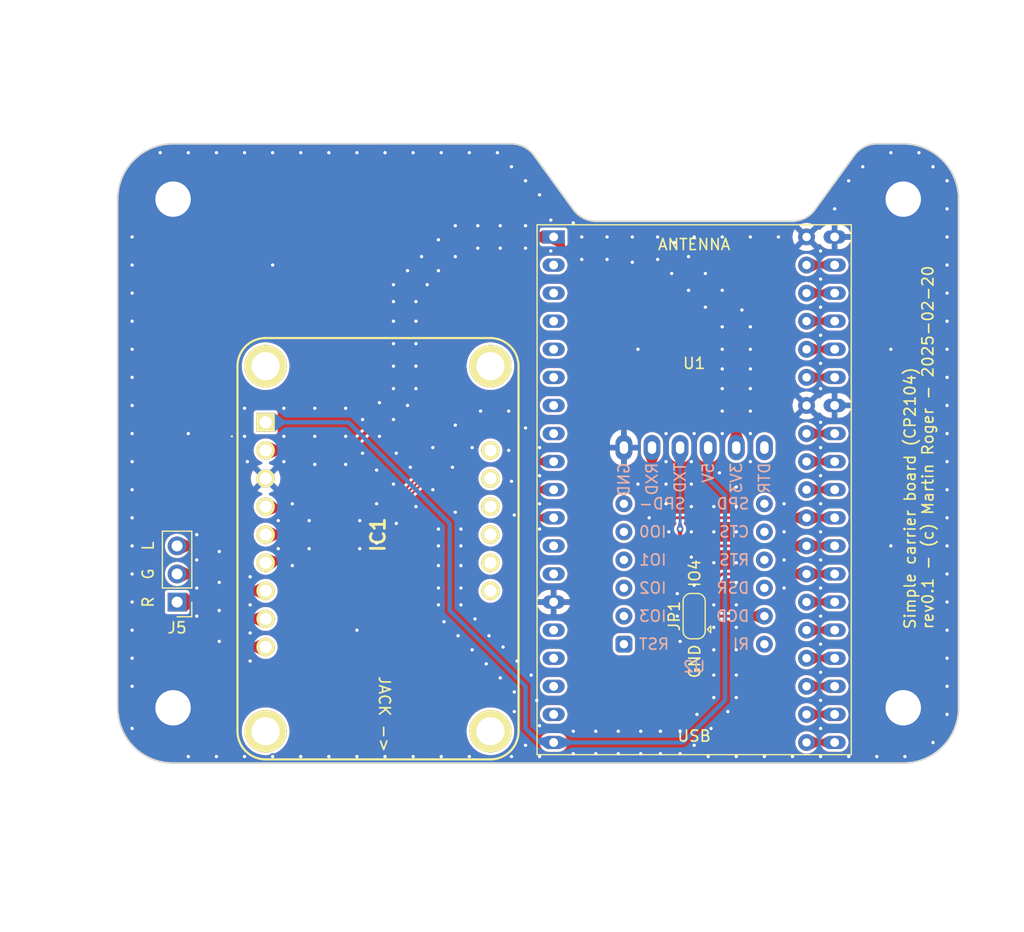
<source format=kicad_pcb>
(kicad_pcb (version 20221018) (generator pcbnew)
  (title_block (title "Simple carrier board (CP2104)") (date "2025-02-20") (rev "0.1"))
  (layers (0 "F.Cu" signal "Top") (31 "B.Cu" signal "Bottom") (34 "B.Paste" user) (35 "F.Paste" user) (36 "B.SilkS" user "B.Silkscreen") (37 "F.SilkS" user "F.Silkscreen") (38 "B.Mask" user) (39 "F.Mask" user) (44 "Edge.Cuts" user))
  (net 0 "")
  (net 9 "GPIO25")
  (net 20 "GND")
  (net 21 "GPIO23")
  (net 23 "GPIO1{slash}U0TXD")
  (net 24 "GPIO3{slash}U0RXD")
  (net 25 "GPIO21")
  (net 26 "GPIO19")
  (net 27 "GPIO18")
  (net 28 "GPIO5")
  (net 31 "GPIO4")
  (net 32 "GPIO0")
  (net 33 "GPIO2")
  (net 34 "GPIO15")
  (net 35 "D1")
  (net 36 "D0")
  (net 37 "CLK")
  (net 40 "ROUT")
  (net 41 "AGND")
  (net 42 "LOUT")
  (net 43 "BCLK")
  (net 44 "DIN")
  (net 45 "+3.3V")
  (net 46 "+5V")
  (net 47 "GPIO17{slash}U1TXD")
  (net 48 "GPIO16{slash}U1RXD")
  (net 49 "GPIO22")
  (net 50 "DTR")
  (net 51 "RST")
  (net 52 "IO3")
  (net 53 "IO2")
  (net 54 "IO1")
  (net 55 "IO0")
  (net 56 "SPD-")
  (net 57 "SPD")
  (net 58 "CTS")
  (net 59 "RTS")
  (net 60 "DSR")
  (net 61 "DCD")
  (net 62 "RI")
  (footprint "Jumper:SolderJumper-3_P1.3mm_Bridged12_RoundedPad1.0x1.5mm" (layer "F.Cu") (at 165.1 92.71 90)
    (fp_text reference "JP1")
    (fp_text value "SolderJumper_3_Bridged12")
  )
  (footprint "MountingHole:MountingHole_3.2mm_M3_Pad_TopBottom" (layer "F.Cu") (at 184 101)
    (fp_text reference "H4" hide)
    (fp_text value "MountingHole_Pad")
  )
  (footprint "DIY:Adafruit 3678" (layer "F.Cu") (at 126.365 76.454 -90)
    (fp_text reference "IC1")
    (fp_text value "3678" hide)
  )
  (footprint "MountingHole:MountingHole_3.2mm_M3_Pad_TopBottom" (layer "F.Cu") (at 118 55)
    (fp_text reference "H2" hide)
    (fp_text value "MountingHole_Pad")
  )
  (footprint "MountingHole:MountingHole_3.2mm_M3_Pad_TopBottom" (layer "F.Cu") (at 184 55)
    (fp_text reference "H1" hide)
    (fp_text value "MountingHole_Pad")
  )
  (footprint "Connector_PinHeader_2.54mm:PinHeader_1x03_P2.54mm_Vertical" (layer "F.Cu") (at 118.364 91.44 180)
    (fp_text reference "J5")
    (fp_text value "Audio Out")
  )
  (footprint "Espressif:ESP32-DevKitC" (layer "F.Cu") (at 165.1 81.28)
    (fp_text reference "U1")
    (fp_text value "ESP32-DevKitC header" hide)
  )
  (footprint "MountingHole:MountingHole_3.2mm_M3_Pad_TopBottom" (layer "F.Cu") (at 118 101)
    (fp_text reference "H3" hide)
    (fp_text value "MountingHole_Pad")
  )
  (footprint "DIY:CP2104_USB_Board" (layer "B.Cu") (at 165.1 88.9 180)
    (fp_text reference "U2")
    (fp_text value "CP2104 USB A board")
  )
  (gr_line locked (start 184 106) (end 118 106) (stroke (width 0.15)) (layer "Edge.Cuts"))
  (gr_line locked (start 118 50) (end 148.564938 50) (stroke (width 0.15)) (layer "Edge.Cuts"))
  (gr_arc locked (start 118 106) (mid 114.464466 104.535534) (end 113 101) (stroke (width 0.15)) (layer "Edge.Cuts"))
  (gr_line locked (start 189 55) (end 189 101) (stroke (width 0.15)) (layer "Edge.Cuts"))
  (gr_arc locked (start 148.564938 50) (mid 149.718687 50.277156) (end 150.62065 51.04814) (stroke (width 0.15)) (layer "Edge.Cuts"))
  (gr_arc locked (start 176.02065 55.95186) (mid 175.118687 56.722844) (end 173.964938 57) (stroke (width 0.15)) (layer "Edge.Cuts"))
  (gr_arc locked (start 179.57935 51.04814) (mid 180.481313 50.277156) (end 181.635062 50) (stroke (width 0.15)) (layer "Edge.Cuts"))
  (gr_arc locked (start 184 50) (mid 187.535534 51.464466) (end 189 55) (stroke (width 0.15)) (layer "Edge.Cuts"))
  (gr_line locked (start 176.02065 55.95186) (end 179.57935 51.04814) (stroke (width 0.15)) (layer "Edge.Cuts"))
  (gr_arc locked (start 113 55) (mid 114.464466 51.464466) (end 118 50) (stroke (width 0.15)) (layer "Edge.Cuts"))
  (gr_line locked (start 181.635062 50) (end 184 50) (stroke (width 0.15)) (layer "Edge.Cuts"))
  (gr_line locked (start 150.62065 51.04814) (end 154.17935 55.95186) (stroke (width 0.15)) (layer "Edge.Cuts"))
  (gr_arc locked (start 156.235062 57) (mid 155.081324 56.72283) (end 154.17935 55.95186) (stroke (width 0.15)) (layer "Edge.Cuts"))
  (gr_arc locked (start 189 101) (mid 187.535534 104.535534) (end 184 106) (stroke (width 0.15)) (layer "Edge.Cuts"))
  (gr_line locked (start 113 101) (end 113 55) (stroke (width 0.15)) (layer "Edge.Cuts"))
  (gr_line locked (start 156.235062 57) (end 173.964938 57) (stroke (width 0.15)) (layer "Edge.Cuts"))
  (gr_text "USB" (at 165.1 104.14) (layer "F.SilkS") (effects (font (size 1 1)) (justify bottom)))
  (gr_text "R" (at 116.332 91.44 90) (layer "F.SilkS") (effects (font (size 1 1)) (justify bottom)))
  (gr_text "L" (at 116.332 86.36 90) (layer "F.SilkS") (effects (font (size 1 1)) (justify bottom)))
  (gr_text "${TITLE}\nrev${REVISION} - (c) Martin Roger - ${ISSUE_DATE}" (at 185.42 93.98 90) (layer "F.SilkS") (effects (font (size 1 1)) (justify left)))
  (gr_text "IO4" (at 165.735 90.17 90) (layer "F.SilkS") (effects (font (size 1 1)) (justify left bottom)))
  (gr_text "G" (at 116.332 88.9 90) (layer "F.SilkS") (effects (font (size 1 1)) (justify bottom)))
  (gr_text "GND" (at 165.735 98.425 90) (layer "F.SilkS") (effects (font (size 1 1)) (justify left bottom)))
  (gr_text "ANTENNA" (at 165.1 59.69) (layer "F.SilkS") (effects (font (size 1 1)) (justify bottom)))
  (segment (start 147.949894 75.057) (end 150.111017 77.218123) (width 0.2032) (layer "F.Cu") (net 9))
  (segment (start 127.635 82.804) (end 129.8194 84.9884) (width 0.2032) (layer "F.Cu") (net 9))
  (segment (start 150.111017 77.218123) (end 150.111017 78.102017) (width 0.2032) (layer "F.Cu") (net 9))
  (segment (start 145.171212 75.057) (end 147.949894 75.057) (width 0.2032) (layer "F.Cu") (net 9))
  (segment (start 150.749 78.74) (end 152.4 78.74) (width 0.2032) (layer "F.Cu") (net 9))
  (segment (start 150.111017 78.102017) (end 150.749 78.74) (width 0.2032) (layer "F.Cu") (net 9))
  (segment (start 126.365 82.804) (end 127.635 82.804) (width 0.2032) (layer "F.Cu") (net 9))
  (segment (start 129.8194 84.9884) (end 135.239812 84.9884) (width 0.2032) (layer "F.Cu") (net 9))
  (segment (start 135.239812 84.9884) (end 145.171212 75.057) (width 0.2032) (layer "F.Cu") (net 9))
  (via (at 130.81 78.994) (size 0.6) (drill 0.3) (layers "F.Cu" "B.Cu") (net 20))
  (via (at 161.036 83.82) (size 0.6) (drill 0.3) (layers "F.Cu" "B.Cu") (net 20))
  (via (at 147.574 57.404) (size 0.6) (drill 0.3) (layers "F.Cu" "B.Cu") (net 20))
  (via (at 144.018 88.138) (size 0.6) (drill 0.3) (layers "F.Cu" "B.Cu") (net 20))
  (via (at 127.508 86.614) (size 0.6) (drill 0.3) (layers "F.Cu" "B.Cu") (net 20))
  (via (at 145.288 92.964) (size 0.6) (drill 0.3) (layers "F.Cu" "B.Cu") (net 20))
  (via (at 185.42 50.8) (size 0.6) (drill 0.3) (layers "F.Cu" "B.Cu") (net 20))
  (via (at 186.69 52.07) (size 0.6) (drill 0.3) (layers "F.Cu" "B.Cu") (net 20))
  (via (at 120.142 90.17) (size 0.6) (drill 0.3) (layers "F.Cu" "B.Cu") (net 20))
  (via (at 124.968 96.774) (size 0.6) (drill 0.3) (layers "F.Cu" "B.Cu") (net 20))
  (via (at 166.878 82.804) (size 0.6) (drill 0.3) (layers "F.Cu" "B.Cu") (net 20))
  (via (at 164.846 87.376) (size 0.6) (drill 0.3) (layers "F.Cu" "B.Cu") (net 20))
  (via (at 124.968 94.234) (size 0.6) (drill 0.3) (layers "F.Cu" "B.Cu") (net 20))
  (via (at 151.13 84.836) (size 0.6) (drill 0.3) (layers "F.Cu" "B.Cu") (net 20))
  (via (at 114.3 78.74) (size 0.6) (drill 0.3) (layers "F.Cu" "B.Cu") (net 20))
  (via (at 176.53 97.79) (size 0.6) (drill 0.3) (layers "F.Cu" "B.Cu") (net 20))
  (via (at 176.53 77.47) (size 0.6) (drill 0.3) (layers "F.Cu" "B.Cu") (net 20))
  (via (at 114.3 88.9) (size 0.6) (drill 0.3) (layers "F.Cu" "B.Cu") (net 20))
  (via (at 167.64 63.246) (size 0.6) (drill 0.3) (layers "F.Cu" "B.Cu") (net 20))
  (via (at 164.846 85.09) (size 0.6) (drill 0.3) (layers "F.Cu" "B.Cu") (net 20))
  (via (at 187.96 63.5) (size 0.6) (drill 0.3) (layers "F.Cu" "B.Cu") (net 20))
  (via (at 127 50.8) (size 0.6) (drill 0.3) (layers "F.Cu" "B.Cu") (net 20))
  (via (at 187.96 58.42) (size 0.6) (drill 0.3) (layers "F.Cu" "B.Cu") (net 20))
  (via (at 139.7 105.41) (size 0.6) (drill 0.3) (layers "F.Cu" "B.Cu") (net 20))
  (via (at 187.96 53.34) (size 0.6) (drill 0.3) (layers "F.Cu" "B.Cu") (net 20))
  (via (at 173.228 82.55) (size 0.6) (drill 0.3) (layers "F.Cu" "B.Cu") (net 20))
  (via (at 139.446 79.248) (size 0.6) (drill 0.3) (layers "F.Cu" "B.Cu") (net 20))
  (via (at 179.07 105.41) (size 0.6) (drill 0.3) (layers "F.Cu" "B.Cu") (net 20))
  (via (at 162.56 80.772) (size 0.6) (drill 0.3) (layers "F.Cu" "B.Cu") (net 20))
  (via (at 137.922 70.104) (size 0.6) (drill 0.3) (layers "F.Cu" "B.Cu") (net 20))
  (via (at 146.304 97.028) (size 0.6) (drill 0.3) (layers "F.Cu" "B.Cu") (net 20))
  (via (at 116.84 50.8) (size 0.6) (drill 0.3) (layers "F.Cu" "B.Cu") (net 20))
  (via (at 114.3 71.12) (size 0.6) (drill 0.3) (layers "F.Cu" "B.Cu") (net 20))
  (via (at 168.91 98.044) (size 0.6) (drill 0.3) (layers "F.Cu" "B.Cu") (net 20))
  (via (at 168.91 82.804) (size 0.6) (drill 0.3) (layers "F.Cu" "B.Cu") (net 20))
  (via (at 176.53 59.69) (size 0.6) (drill 0.3) (layers "F.Cu" "B.Cu") (net 20))
  (via (at 184.15 105.41) (size 0.6) (drill 0.3) (layers "F.Cu" "B.Cu") (net 20))
  (via (at 151.13 102.616) (size 0.6) (drill 0.3) (layers "F.Cu" "B.Cu") (net 20))
  (via (at 129.54 105.41) (size 0.6) (drill 0.3) (layers "F.Cu" "B.Cu") (net 20))
  (via (at 128.016 73.914) (size 0.6) (drill 0.3) (layers "F.Cu" "B.Cu") (net 20))
  (via (at 127 105.41) (size 0.6) (drill 0.3) (layers "F.Cu" "B.Cu") (net 20))
  (via (at 176.53 80.01) (size 0.6) (drill 0.3) (layers "F.Cu" "B.Cu") (net 20))
  (via (at 166.878 85.09) (size 0.6) (drill 0.3) (layers "F.Cu" "B.Cu") (net 20))
  (via (at 143.256 79.248) (size 0.6) (drill 0.3) (layers "F.Cu" "B.Cu") (net 20))
  (via (at 154.94 58.42) (size 0.6) (drill 0.3) (layers "F.Cu" "B.Cu") (net 20))
  (via (at 130.302 86.614) (size 0.6) (drill 0.3) (layers "F.Cu" "B.Cu") (net 20))
  (via (at 187.96 76.2) (size 0.6) (drill 0.3) (layers "F.Cu" "B.Cu") (net 20))
  (via (at 148.844 99.568) (size 0.6) (drill 0.3) (layers "F.Cu" "B.Cu") (net 20))
  (via (at 162.56 76.2) (size 0.6) (drill 0.3) (layers "F.Cu" "B.Cu") (net 20))
  (via (at 148.59 105.41) (size 0.6) (drill 0.3) (layers "F.Cu" "B.Cu") (net 20))
  (via (at 166.878 91.694) (size 0.6) (drill 0.3) (layers "F.Cu" "B.Cu") (net 20))
  (via (at 146.558 94.488) (size 0.6) (drill 0.3) (layers "F.Cu" "B.Cu") (net 20))
  (via (at 140.97 62.738) (size 0.6) (drill 0.3) (layers "F.Cu" "B.Cu") (net 20))
  (via (at 166.116 64.77) (size 0.6) (drill 0.3) (layers "F.Cu" "B.Cu") (net 20))
  (via (at 187.96 99.06) (size 0.6) (drill 0.3) (layers "F.Cu" "B.Cu") (net 20))
  (via (at 176.53 64.77) (size 0.6) (drill 0.3) (layers "F.Cu" "B.Cu") (net 20))
  (via (at 121.92 50.8) (size 0.6) (drill 0.3) (layers "F.Cu" "B.Cu") (net 20))
  (via (at 176.53 95.25) (size 0.6) (drill 0.3) (layers "F.Cu" "B.Cu") (net 20))
  (via (at 130.302 84.074) (size 0.6) (drill 0.3) (layers "F.Cu" "B.Cu") (net 20))
  (via (at 171.45 105.41) (size 0.6) (drill 0.3) (layers "F.Cu" "B.Cu") (net 20))
  (via (at 132.08 105.41) (size 0.6) (drill 0.3) (layers "F.Cu" "B.Cu") (net 20))
  (via (at 164.592 63.246) (size 0.6) (drill 0.3) (layers "F.Cu" "B.Cu") (net 20))
  (via (at 156.21 105.156) (size 0.6) (drill 0.3) (layers "F.Cu" "B.Cu") (net 20))
  (via (at 168.91 89.662) (size 0.6) (drill 0.3) (layers "F.Cu" "B.Cu") (net 20))
  (via (at 142.24 50.8) (size 0.6) (drill 0.3) (layers "F.Cu" "B.Cu") (net 20))
  (via (at 114.3 93.98) (size 0.6) (drill 0.3) (layers "F.Cu" "B.Cu") (net 20))
  (via (at 114.3 102.87) (size 0.6) (drill 0.3) (layers "F.Cu" "B.Cu") (net 20))
  (via (at 145.034 95.758) (size 0.6) (drill 0.3) (layers "F.Cu" "B.Cu") (net 20))
  (via (at 165.1 76.2) (size 0.6) (drill 0.3) (layers "F.Cu" "B.Cu") (net 20))
  (via (at 114.3 63.5) (size 0.6) (drill 0.3) (layers "F.Cu" "B.Cu") (net 20))
  (via (at 176.53 69.85) (size 0.6) (drill 0.3) (layers "F.Cu" "B.Cu") (net 20))
  (via (at 144.78 105.41) (size 0.6) (drill 0.3) (layers "F.Cu" "B.Cu") (net 20))
  (via (at 149.86 57.404) (size 0.6) (drill 0.3) (layers "F.Cu" "B.Cu") (net 20))
  (via (at 114.3 68.58) (size 0.6) (drill 0.3) (layers "F.Cu" "B.Cu") (net 20))
  (via (at 173.228 85.09) (size 0.6) (drill 0.3) (layers "F.Cu" "B.Cu") (net 20))
  (via (at 135.128 77.978) (size 0.6) (drill 0.3) (layers "F.Cu" "B.Cu") (net 20))
  (via (at 167.64 58.42) (size 0.6) (drill 0.3) (layers "F.Cu" "B.Cu") (net 20))
  (via (at 163.83 94.996) (size 0.6) (drill 0.3) (layers "F.Cu" "B.Cu") (net 20))
  (via (at 152.146 59.69) (size 0.6) (drill 0.3) (layers "F.Cu" "B.Cu") (net 20))
  (via (at 159.512 60.706) (size 0.6) (drill 0.3) (layers "F.Cu" "B.Cu") (net 20))
  (via (at 166.878 93.726) (size 0.6) (drill 0.3) (layers "F.Cu" "B.Cu") (net 20))
  (via (at 161.798 60.452) (size 0.6) (drill 0.3) (layers "F.Cu" "B.Cu") (net 20))
  (via (at 164.846 78.74) (size 0.6) (drill 0.3) (layers "F.Cu" "B.Cu") (net 20))
  (via (at 170.18 70.358) (size 0.6) (drill 0.3) (layers "F.Cu" "B.Cu") (net 20))
  (via (at 148.59 80.518) (size 0.6) (drill 0.3) (layers "F.Cu" "B.Cu") (net 20))
  (via (at 128.778 88.138) (size 0.6) (drill 0.3) (layers "F.Cu" "B.Cu") (net 20))
  (via (at 187.96 93.98) (size 0.6) (drill 0.3) (layers "F.Cu" "B.Cu") (net 20))
  (via (at 120.142 87.63) (size 0.6) (drill 0.3) (layers "F.Cu" "B.Cu") (net 20))
  (via (at 168.91 91.694) (size 0.6) (drill 0.3) (layers "F.Cu" "B.Cu") (net 20))
  (via (at 176.53 92.71) (size 0.6) (drill 0.3) (layers "F.Cu" "B.Cu") (net 20))
  (via (at 180.34 52.07) (size 0.6) (drill 0.3) (layers "F.Cu" "B.Cu") (net 20))
  (via (at 142.24 105.41) (size 0.6) (drill 0.3) (layers "F.Cu" "B.Cu") (net 20))
  (via (at 149.86 53.34) (size 0.6) (drill 0.3) (layers "F.Cu" "B.Cu") (net 20))
  (via (at 140.462 60.198) (size 0.6) (drill 0.3) (layers "F.Cu" "B.Cu") (net 20))
  (via (at 168.148 101.346) (size 0.6) (drill 0.3) (layers "F.Cu" "B.Cu") (net 20))
  (via (at 135.128 74.93) (size 0.6) (drill 0.3) (layers "F.Cu" "B.Cu") (net 20))
  (via (at 149.098 96.774) (size 0.6) (drill 0.3) (layers "F.Cu" "B.Cu") (net 20))
  (via (at 168.91 93.726) (size 0.6) (drill 0.3) (layers "F.Cu" "B.Cu") (net 20))
  (via (at 176.53 85.09) (size 0.6) (drill 0.3) (layers "F.Cu" "B.Cu") (net 20))
  (via (at 176.53 102.87) (size 0.6) (drill 0.3) (layers "F.Cu" "B.Cu") (net 20))
  (via (at 154.178 57.15) (size 0.6) (drill 0.3) (layers "F.Cu" "B.Cu") (net 20))
  (via (at 173.228 90.17) (size 0.6) (drill 0.3) (layers "F.Cu" "B.Cu") (net 20))
  (via (at 127 60.96) (size 0.6) (drill 0.3) (layers "F.Cu" "B.Cu") (net 20))
  (via (at 157.226 60.452) (size 0.6) (drill 0.3) (layers "F.Cu" "B.Cu") (net 20))
  (via (at 114.3 60.96) (size 0.6) (drill 0.3) (layers "F.Cu" "B.Cu") (net 20))
  (via (at 176.53 72.136) (size 0.6) (drill 0.3) (layers "F.Cu" "B.Cu") (net 20))
  (via (at 144.018 91.694) (size 0.6) (drill 0.3) (layers "F.Cu" "B.Cu") (net 20))
  (via (at 136.398 79.502) (size 0.6) (drill 0.3) (layers "F.Cu" "B.Cu") (net 20))
  (via (at 141.478 77.47) (size 0.6) (drill 0.3) (layers "F.Cu" "B.Cu") (net 20))
  (via (at 114.3 73.66) (size 0.6) (drill 0.3) (layers "F.Cu" "B.Cu") (net 20))
  (via (at 157.226 58.42) (size 0.6) (drill 0.3) (layers "F.Cu" "B.Cu") (net 20))
  (via (at 144.018 86.36) (size 0.6) (drill 0.3) (layers "F.Cu" "B.Cu") (net 20))
  (via (at 134.62 105.41) (size 0.6) (drill 0.3) (layers "F.Cu" "B.Cu") (net 20))
  (via (at 114.3 58.42) (size 0.6) (drill 0.3) (layers "F.Cu" "B.Cu") (net 20))
  (via (at 176.53 90.17) (size 0.6) (drill 0.3) (layers "F.Cu" "B.Cu") (net 20))
  (via (at 152.146 56.896) (size 0.6) (drill 0.3) (layers "F.Cu" "B.Cu") (net 20))
  (via (at 163.322 58.928) (size 0.6) (drill 0.3) (layers "F.Cu" "B.Cu") (net 20))
  (via (at 167.64 74.168) (size 0.6) (drill 0.3) (layers "F.Cu" "B.Cu") (net 20))
  (via (at 141.986 84.836) (size 0.6) (drill 0.3) (layers "F.Cu" "B.Cu") (net 20))
  (via (at 151.13 105.41) (size 0.6) (drill 0.3) (layers "F.Cu" "B.Cu") (net 20))
  (via (at 176.53 62.23) (size 0.6) (drill 0.3) (layers "F.Cu" "B.Cu") (net 20))
  (via (at 148.336 77.724) (size 0.6) (drill 0.3) (layers "F.Cu" "B.Cu") (net 20))
  (via (at 166.624 102.87) (size 0.6) (drill 0.3) (layers "F.Cu" "B.Cu") (net 20))
  (via (at 160.274 105.156) (size 0.6) (drill 0.3) (layers "F.Cu" "B.Cu") (net 20))
  (via (at 156.21 103.124) (size 0.6) (drill 0.3) (layers "F.Cu" "B.Cu") (net 20))
  (via (at 143.764 94.488) (size 0.6) (drill 0.3) (layers "F.Cu" "B.Cu") (net 20))
  (via (at 187.96 83.82) (size 0.6) (drill 0.3) (layers "F.Cu" "B.Cu") (net 20))
  (via (at 149.86 75.692) (size 0.6) (drill 0.3) (layers "F.Cu" "B.Cu") (net 20))
  (via (at 164.846 80.772) (size 0.6) (drill 0.3) (layers "F.Cu" "B.Cu") (net 20))
  (via (at 163.576 90.678) (size 0.6) (drill 0.3) (layers "F.Cu" "B.Cu") (net 20))
  (via (at 137.922 62.738) (size 0.6) (drill 0.3) (layers "F.Cu" "B.Cu") (net 20))
  (via (at 134.874 84.074) (size 0.6) (drill 0.3) (layers "F.Cu" "B.Cu") (net 20))
  (via (at 182.88 68.58) (size 0.6) (drill 0.3) (layers "F.Cu" "B.Cu") (net 20))
  (via (at 181.61 105.41) (size 0.6) (drill 0.3) (layers "F.Cu" "B.Cu") (net 20))
  (via (at 162.56 82.55) (size 0.6) (drill 0.3) (layers "F.Cu" "B.Cu") (net 20))
  (via (at 176.53 67.31) (size 0.6) (drill 0.3) (layers "F.Cu" "B.Cu") (net 20))
  (via (at 144.78 50.8) (size 0.6) (drill 0.3) (layers "F.Cu" "B.Cu") (net 20))
  (via (at 128.016 76.454) (size 0.6) (drill 0.3) (layers "F.Cu" "B.Cu") (net 20))
  (via (at 114.3 99.06) (size 0.6) (drill 0.3) (layers "F.Cu" "B.Cu") (net 20))
  (via (at 166.37 105.41) (size 0.6) (drill 0.3) (layers "F.Cu" "B.Cu") (net 20))
  (via (at 187.96 91.44) (size 0.6) (drill 0.3) (layers "F.Cu" "B.Cu") (net 20))
  (via (at 122.174 94.996) (size 0.6) (drill 0.3) (layers "F.Cu" "B.Cu") (net 20))
  (via (at 149.86 59.436) (size 0.6) (drill 0.3) (layers "F.Cu" "B.Cu") (net 20))
  (via (at 143.51 75.438) (size 0.6) (drill 0.3) (layers "F.Cu" "B.Cu") (net 20))
  (via (at 170.18 74.168) (size 0.6) (drill 0.3) (layers "F.Cu" "B.Cu") (net 20))
  (via (at 162.56 78.74) (size 0.6) (drill 0.3) (layers "F.Cu" "B.Cu") (net 20))
  (via (at 124.46 73.914) (size 0.6) (drill 0.3) (layers "F.Cu" "B.Cu") (net 20))
  (via (at 187.96 71.12) (size 0.6) (drill 0.3) (layers "F.Cu" "B.Cu") (net 20))
  (via (at 138.176 84.328) (size 0.6) (drill 0.3) (layers "F.Cu" "B.Cu") (net 20))
  (via (at 168.91 95.758) (size 0.6) (drill 0.3) (layers "F.Cu" "B.Cu") (net 20))
  (via (at 114.3 66.04) (size 0.6) (drill 0.3) (layers "F.Cu" "B.Cu") (net 20))
  (via (at 130.81 76.454) (size 0.6) (drill 0.3) (layers "F.Cu" "B.Cu") (net 20))
  (via (at 139.954 72.136) (size 0.6) (drill 0.3) (layers "F.Cu" "B.Cu") (net 20))
  (via (at 165.354 101.6) (size 0.6) (drill 0.3) (layers "F.Cu" "B.Cu") (net 20))
  (via (at 144.018 90.17) (size 0.6) (drill 0.3) (layers "F.Cu" "B.Cu") (net 20))
  (via (at 187.96 78.74) (size 0.6) (drill 0.3) (layers "F.Cu" "B.Cu") (net 20))
  (via (at 114.3 76.2) (size 0.6) (drill 0.3) (layers "F.Cu" "B.Cu") (net 20))
  (via (at 137.922 74.93) (size 0.6) (drill 0.3) (layers "F.Cu" "B.Cu") (net 20))
  (via (at 167.64 70.358) (size 0.6) (drill 0.3) (layers "F.Cu" "B.Cu") (net 20))
  (via (at 170.18 72.136) (size 0.6) (drill 0.3) (layers "F.Cu" "B.Cu") (net 20))
  (via (at 122.174 86.868) (size 0.6) (drill 0.3) (layers "F.Cu" "B.Cu") (net 20))
  (via (at 187.96 96.52) (size 0.6) (drill 0.3) (layers "F.Cu" "B.Cu") (net 20))
  (via (at 119.38 105.41) (size 0.6) (drill 0.3) (layers "F.Cu" "B.Cu") (net 20))
  (via (at 136.652 73.406) (size 0.6) (drill 0.3) (layers "F.Cu" "B.Cu") (net 20))
  (via (at 136.398 82.55) (size 0.6) (drill 0.3) (layers "F.Cu" "B.Cu") (net 20))
  (via (at 137.16 50.8) (size 0.6) (drill 0.3) (layers "F.Cu" "B.Cu") (net 20))
  (via (at 173.228 87.63) (size 0.6) (drill 0.3) (layers "F.Cu" "B.Cu") (net 20))
  (via (at 120.142 85.344) (size 0.6) (drill 0.3) (layers "F.Cu" "B.Cu") (net 20))
  (via (at 186.69 104.14) (size 0.6) (drill 0.3) (layers "F.Cu" "B.Cu") (net 20))
  (via (at 139.7 50.8) (size 0.6) (drill 0.3) (layers "F.Cu" "B.Cu") (net 20))
  (via (at 139.954 66.04) (size 0.6) (drill 0.3) (layers "F.Cu" "B.Cu") (net 20))
  (via (at 137.922 66.04) (size 0.6) (drill 0.3) (layers "F.Cu" "B.Cu") (net 20))
  (via (at 129.54 50.8) (size 0.6) (drill 0.3) (layers "F.Cu" "B.Cu") (net 20))
  (via (at 142.494 93.218) (size 0.6) (drill 0.3) (layers "F.Cu" "B.Cu") (net 20))
  (via (at 141.986 58.674) (size 0.6) (drill 0.3) (layers "F.Cu" "B.Cu") (net 20))
  (via (at 159.512 58.42) (size 0.6) (drill 0.3) (layers "F.Cu" "B.Cu") (net 20))
  (via (at 119.38 50.8) (size 0.6) (drill 0.3) (layers "F.Cu" "B.Cu") (net 20))
  (via (at 154.178 103.124) (size 0.6) (drill 0.3) (layers "F.Cu" "B.Cu") (net 20))
  (via (at 114.3 86.36) (size 0.6) (drill 0.3) (layers "F.Cu" "B.Cu") (net 20))
  (via (at 149.86 104.394) (size 0.6) (drill 0.3) (layers "F.Cu" "B.Cu") (net 20))
  (via (at 176.53 105.41) (size 0.6) (drill 0.3) (layers "F.Cu" "B.Cu") (net 20))
  (via (at 124.714 78.74) (size 0.6) (drill 0.3) (layers "F.Cu" "B.Cu") (net 20))
  (via (at 187.96 101.6) (size 0.6) (drill 0.3) (layers "F.Cu" "B.Cu") (net 20))
  (via (at 150.876 100.33) (size 0.6) (drill 0.3) (layers "F.Cu" "B.Cu") (net 20))
  (via (at 170.18 68.58) (size 0.6) (drill 0.3) (layers "F.Cu" "B.Cu") (net 20))
  (via (at 139.192 73.66) (size 0.6) (drill 0.3) (layers "F.Cu" "B.Cu") (net 20))
  (via (at 141.986 90.17) (size 0.6) (drill 0.3) (layers "F.Cu" "B.Cu") (net 20))
  (via (at 160.02 80.772) (size 0.6) (drill 0.3) (layers "F.Cu" "B.Cu") (net 20))
  (via (at 148.59 52.07) (size 0.6) (drill 0.3) (layers "F.Cu" "B.Cu") (net 20))
  (via (at 134.62 93.98) (size 0.6) (drill 0.3) (layers "F.Cu" "B.Cu") (net 20))
  (via (at 144.018 84.836) (size 0.6) (drill 0.3) (layers "F.Cu" "B.Cu") (net 20))
  (via (at 147.32 50.8) (size 0.6) (drill 0.3) (layers "F.Cu" "B.Cu") (net 20))
  (via (at 162.814 85.09) (size 0.6) (drill 0.3) (layers "F.Cu" "B.Cu") (net 20))
  (via (at 168.91 105.41) (size 0.6) (drill 0.3) (layers "F.Cu" "B.Cu") (net 20))
  (via (at 170.18 66.548) (size 0.6) (drill 0.3) (layers "F.Cu" "B.Cu") (net 20))
  (via (at 124.46 76.454) (size 0.6) (drill 0.3) (layers "F.Cu" "B.Cu") (net 20))
  (via (at 134.874 86.614) (size 0.6) (drill 0.3) (layers "F.Cu" "B.Cu") (net 20))
  (via (at 167.64 76.2) (size 0.6) (drill 0.3) (layers "F.Cu" "B.Cu") (net 20))
  (via (at 176.53 87.63) (size 0.6) (drill 0.3) (layers "F.Cu" "B.Cu") (net 20))
  (via (at 136.652 76.454) (size 0.6) (drill 0.3) (layers "F.Cu" "B.Cu") (net 20))
  (via (at 163.576 92.71) (size 0.6) (drill 0.3) (layers "F.Cu" "B.Cu") (net 20))
  (via (at 120.142 92.71) (size 0.6) (drill 0.3) (layers "F.Cu" "B.Cu") (net 20))
  (via (at 132.08 50.8) (size 0.6) (drill 0.3) (layers "F.Cu" "B.Cu") (net 20))
  (via (at 148.844 83.566) (size 0.6) (drill 0.3) (layers "F.Cu" "B.Cu") (net 20))
  (via (at 176.53 100.33) (size 0.6) (drill 0.3) (layers "F.Cu" "B.Cu") (net 20))
  (via (at 114.3 83.82) (size 0.6) (drill 0.3) (layers "F.Cu" "B.Cu") (net 20))
  (via (at 124.46 105.41) (size 0.6) (drill 0.3) (layers "F.Cu" "B.Cu") (net 20))
  (via (at 148.336 74.168) (size 0.6) (drill 0.3) (layers "F.Cu" "B.Cu") (net 20))
  (via (at 158.242 105.156) (size 0.6) (drill 0.3) (layers "F.Cu" "B.Cu") (net 20))
  (via (at 124.968 89.154) (size 0.6) (drill 0.3) (layers "F.Cu" "B.Cu") (net 20))
  (via (at 154.178 105.156) (size 0.6) (drill 0.3) (layers "F.Cu" "B.Cu") (net 20))
  (via (at 160.02 68.58) (size 0.6) (drill 0.3) (layers "F.Cu" "B.Cu") (net 20))
  (via (at 145.034 77.47) (size 0.6) (drill 0.3) (layers "F.Cu" "B.Cu") (net 20))
  (via (at 114.3 96.52) (size 0.6) (drill 0.3) (layers "F.Cu" "B.Cu") (net 20))
  (via (at 147.574 98.298) (size 0.6) (drill 0.3) (layers "F.Cu" "B.Cu") (net 20))
  (via (at 166.878 98.044) (size 0.6) (drill 0.3) (layers "F.Cu" "B.Cu") (net 20))
  (via (at 166.878 95.758) (size 0.6) (drill 0.3) (layers "F.Cu" "B.Cu") (net 20))
  (via (at 176.53 82.55) (size 0.6) (drill 0.3) (layers "F.Cu" "B.Cu") (net 20))
  (via (at 182.88 86.36) (size 0.6) (drill 0.3) (layers "F.Cu" "B.Cu") (net 20))
  (via (at 168.91 81.026) (size 0.6) (drill 0.3) (layers "F.Cu" "B.Cu") (net 20))
  (via (at 139.954 68.072) (size 0.6) (drill 0.3) (layers "F.Cu" "B.Cu") (net 20))
  (via (at 151.13 80.01) (size 0.6) (drill 0.3) (layers "F.Cu" "B.Cu") (net 20))
  (via (at 147.574 59.436) (size 0.6) (drill 0.3) (layers "F.Cu" "B.Cu") (net 20))
  (via (at 164.846 82.804) (size 0.6) (drill 0.3) (layers "F.Cu" "B.Cu") (net 20))
  (via (at 162.052 103.124) (size 0.6) (drill 0.3) (layers "F.Cu" "B.Cu") (net 20))
  (via (at 161.798 58.42) (size 0.6) (drill 0.3) (layers "F.Cu" "B.Cu") (net 20))
  (via (at 114.3 81.28) (size 0.6) (drill 0.3) (layers "F.Cu" "B.Cu") (net 20))
  (via (at 141.986 86.36) (size 0.6) (drill 0.3) (layers "F.Cu" "B.Cu") (net 20))
  (via (at 168.91 85.09) (size 0.6) (drill 0.3) (layers "F.Cu" "B.Cu") (net 20))
  (via (at 122.174 92.202) (size 0.6) (drill 0.3) (layers "F.Cu" "B.Cu") (net 20))
  (via (at 163.83 105.156) (size 0.6) (drill 0.3) (layers "F.Cu" "B.Cu") (net 20))
  (via (at 143.51 60.198) (size 0.6) (drill 0.3) (layers "F.Cu" "B.Cu") (net 20))
  (via (at 151.13 54.61) (size 0.6) (drill 0.3) (layers "F.Cu" "B.Cu") (net 20))
  (via (at 143.51 57.404) (size 0.6) (drill 0.3) (layers "F.Cu" "B.Cu") (net 20))
  (via (at 165.1 104.394) (size 0.6) (drill 0.3) (layers "F.Cu" "B.Cu") (net 20))
  (via (at 170.18 58.42) (size 0.6) (drill 0.3) (layers "F.Cu" "B.Cu") (net 20))
  (via (at 172.72 58.42) (size 0.6) (drill 0.3) (layers "F.Cu" "B.Cu") (net 20))
  (via (at 151.13 82.55) (size 0.6) (drill 0.3) (layers "F.Cu" "B.Cu") (net 20))
  (via (at 147.828 95.504) (size 0.6) (drill 0.3) (layers "F.Cu" "B.Cu") (net 20))
  (via (at 137.922 68.072) (size 0.6) (drill 0.3) (layers "F.Cu" "B.Cu") (net 20))
  (via (at 165.1 58.42) (size 0.6) (drill 0.3) (layers "F.Cu" "B.Cu") (net 20))
  (via (at 148.844 101.346) (size 0.6) (drill 0.3) (layers "F.Cu" "B.Cu") (net 20))
  (via (at 124.968 91.694) (size 0.6) (drill 0.3) (layers "F.Cu" "B.Cu") (net 20))
  (via (at 141.478 81.28) (size 0.6) (drill 0.3) (layers "F.Cu" "B.Cu") (net 20))
  (via (at 187.96 73.66) (size 0.6) (drill 0.3) (layers "F.Cu" "B.Cu") (net 20))
  (via (at 163.068 61.722) (size 0.6) (drill 0.3) (layers "F.Cu" "B.Cu") (net 20))
  (via (at 187.96 68.58) (size 0.6) (drill 0.3) (layers "F.Cu" "B.Cu") (net 20))
  (via (at 137.922 64.262) (size 0.6) (drill 0.3) (layers "F.Cu" "B.Cu") (net 20))
  (via (at 145.796 74.168) (size 0.6) (drill 0.3) (layers "F.Cu" "B.Cu") (net 20))
  (via (at 166.116 61.722) (size 0.6) (drill 0.3) (layers "F.Cu" "B.Cu") (net 20))
  (via (at 114.3 91.44) (size 0.6) (drill 0.3) (layers "F.Cu" "B.Cu") (net 20))
  (via (at 139.192 61.468) (size 0.6) (drill 0.3) (layers "F.Cu" "B.Cu") (net 20))
  (via (at 141.986 61.468) (size 0.6) (drill 0.3) (layers "F.Cu" "B.Cu") (net 20))
  (via (at 187.96 66.04) (size 0.6) (drill 0.3) (layers "F.Cu" "B.Cu") (net 20))
  (via (at 165.1 89.916) (size 0.6) (drill 0.3) (layers "F.Cu" "B.Cu") (net 20))
  (via (at 166.878 100.076) (size 0.6) (drill 0.3) (layers "F.Cu" "B.Cu") (net 20))
  (via (at 139.954 70.104) (size 0.6) (drill 0.3) (layers "F.Cu" "B.Cu") (net 20))
  (via (at 143.51 83.312) (size 0.6) (drill 0.3) (layers "F.Cu" "B.Cu") (net 20))
  (via (at 170.18 78.74) (size 0.6) (drill 0.3) (layers "F.Cu" "B.Cu") (net 20))
  (via (at 128.016 78.74) (size 0.6) (drill 0.3) (layers "F.Cu" "B.Cu") (net 20))
  (via (at 141.986 88.138) (size 0.6) (drill 0.3) (layers "F.Cu" "B.Cu") (net 20))
  (via (at 179.07 53.34) (size 0.6) (drill 0.3) (layers "F.Cu" "B.Cu") (net 20))
  (via (at 187.96 81.28) (size 0.6) (drill 0.3) (layers "F.Cu" "B.Cu") (net 20))
  (via (at 162.052 105.156) (size 0.6) (drill 0.3) (layers "F.Cu" "B.Cu") (net 20))
  (via (at 167.386 79.756) (size 0.6) (drill 0.3) (layers "F.Cu" "B.Cu") (net 20))
  (via (at 133.604 76.454) (size 0.6) (drill 0.3) (layers "F.Cu" "B.Cu") (net 20))
  (via (at 137.16 105.41) (size 0.6) (drill 0.3) (layers "F.Cu" "B.Cu") (net 20))
  (via (at 176.53 75.184) (size 0.6) (drill 0.3) (layers "F.Cu" "B.Cu") (net 20))
  (via (at 134.62 50.8) (size 0.6) (drill 0.3) (layers "F.Cu" "B.Cu") (net 20))
  (via (at 158.242 103.124) (size 0.6) (drill 0.3) (layers "F.Cu" "B.Cu") (net 20))
  (via (at 154.94 60.452) (size 0.6) (drill 0.3) (layers "F.Cu" "B.Cu") (net 20))
  (via (at 167.64 66.548) (size 0.6) (drill 0.3) (layers "F.Cu" "B.Cu") (net 20))
  (via (at 137.922 80.772) (size 0.6) (drill 0.3) (layers "F.Cu" "B.Cu") (net 20))
  (via (at 173.99 105.41) (size 0.6) (drill 0.3) (layers "F.Cu" "B.Cu") (net 20))
  (via (at 139.954 82.804) (size 0.6) (drill 0.3) (layers "F.Cu" "B.Cu") (net 20))
  (via (at 133.604 78.994) (size 0.6) (drill 0.3) (layers "F.Cu" "B.Cu") (net 20))
  (via (at 151.13 77.47) (size 0.6) (drill 0.3) (layers "F.Cu" "B.Cu") (net 20))
  (via (at 136.398 86.106) (size 0.6) (drill 0.3) (layers "F.Cu" "B.Cu") (net 20))
  (via (at 130.81 73.914) (size 0.6) (drill 0.3) (layers "F.Cu" "B.Cu") (net 20))
  (via (at 167.64 72.136) (size 0.6) (drill 0.3) (layers "F.Cu" "B.Cu") (net 20))
  (via (at 166.878 87.884) (size 0.6) (drill 0.3) (layers "F.Cu" "B.Cu") (net 20))
  (via (at 182.88 50.8) (size 0.6) (drill 0.3) (layers "F.Cu" "B.Cu") (net 20))
  (via (at 187.96 55.88) (size 0.6) (drill 0.3) (layers "F.Cu" "B.Cu") (net 20))
  (via (at 145.542 57.404) (size 0.6) (drill 0.3) (layers "F.Cu" "B.Cu") (net 20))
  (via (at 127.508 84.074) (size 0.6) (drill 0.3) (layers "F.Cu" "B.Cu") (net 20))
  (via (at 138.176 77.978) (size 0.6) (drill 0.3) (layers "F.Cu" "B.Cu") (net 20))
  (via (at 150.368 98.044) (size 0.6) (drill 0.3) (layers "F.Cu" "B.Cu") (net 20))
  (via (at 160.274 103.124) (size 0.6) (drill 0.3) (layers "F.Cu" "B.Cu") (net 20))
  (via (at 145.542 59.436) (size 0.6) (drill 0.3) (layers "F.Cu" "B.Cu") (net 20))
  (via (at 128.778 82.55) (size 0.6) (drill 0.3) (layers "F.Cu" "B.Cu") (net 20))
  (via (at 119.38 76.2) (size 0.6) (drill 0.3) (layers "F.Cu" "B.Cu") (net 20))
  (via (at 163.83 103.124) (size 0.6) (drill 0.3) (layers "F.Cu" "B.Cu") (net 20))
  (via (at 164.592 60.198) (size 0.6) (drill 0.3) (layers "F.Cu" "B.Cu") (net 20))
  (via (at 169.418 65.024) (size 0.6) (drill 0.3) (layers "F.Cu" "B.Cu") (net 20))
  (via (at 168.91 87.884) (size 0.6) (drill 0.3) (layers "F.Cu" "B.Cu") (net 20))
  (via (at 122.174 89.662) (size 0.6) (drill 0.3) (layers "F.Cu" "B.Cu") (net 20))
  (via (at 187.96 86.36) (size 0.6) (drill 0.3) (layers "F.Cu" "B.Cu") (net 20))
  (via (at 124.46 50.8) (size 0.6) (drill 0.3) (layers "F.Cu" "B.Cu") (net 20))
  (via (at 167.64 68.58) (size 0.6) (drill 0.3) (layers "F.Cu" "B.Cu") (net 20))
  (via (at 137.922 72.136) (size 0.6) (drill 0.3) (layers "F.Cu" "B.Cu") (net 20))
  (via (at 141.986 91.694) (size 0.6) (drill 0.3) (layers "F.Cu" "B.Cu") (net 20))
  (via (at 168.91 100.076) (size 0.6) (drill 0.3) (layers "F.Cu" "B.Cu") (net 20))
  (via (at 187.96 88.9) (size 0.6) (drill 0.3) (layers "F.Cu" "B.Cu") (net 20))
  (via (at 121.92 105.41) (size 0.6) (drill 0.3) (layers "F.Cu" "B.Cu") (net 20))
  (via (at 133.604 73.914) (size 0.6) (drill 0.3) (layers "F.Cu" "B.Cu") (net 20))
  (via (at 177.8 55.88) (size 0.6) (drill 0.3) (layers "F.Cu" "B.Cu") (net 20))
  (via (at 139.954 64.262) (size 0.6) (drill 0.3) (layers "F.Cu" "B.Cu") (net 20))
  (via (at 187.96 60.96) (size 0.6) (drill 0.3) (layers "F.Cu" "B.Cu") (net 20))
  (via (at 170.18 76.2) (size 0.6) (drill 0.3) (layers "F.Cu" "B.Cu") (net 20))
  (segment (start 175.26 60.96) (end 177.8 60.96) (width 0.1524) (layer "F.Cu") (net 21))
  (segment (start 175.26 66.04) (end 177.8 66.04) (width 0.1524) (layer "F.Cu") (net 23))
  (segment (start 175.26 68.58) (end 177.8 68.58) (width 0.1524) (layer "F.Cu") (net 24))
  (segment (start 175.26 71.12) (end 177.8 71.12) (width 0.1524) (layer "F.Cu") (net 25))
  (segment (start 175.26 76.2) (end 177.8 76.2) (width 0.1524) (layer "F.Cu") (net 26))
  (segment (start 175.26 78.74) (end 177.8 78.74) (width 0.1524) (layer "F.Cu") (net 27))
  (segment (start 175.26 81.28) (end 177.8 81.28) (width 0.1524) (layer "F.Cu") (net 28))
  (segment (start 175.26 88.9) (end 177.8 88.9) (width 0.254) (layer "F.Cu") (net 31))
  (segment (start 167.61 88.9) (end 175.26 88.9) (width 0.254) (layer "F.Cu") (net 31))
  (segment (start 165.1 91.41) (end 167.61 88.9) (width 0.254) (layer "F.Cu") (net 31))
  (segment (start 175.26 91.44) (end 177.8 91.44) (width 0.1524) (layer "F.Cu") (net 32))
  (segment (start 175.26 93.98) (end 177.8 93.98) (width 0.1524) (layer "F.Cu") (net 33))
  (segment (start 175.26 96.52) (end 177.8 96.52) (width 0.1524) (layer "F.Cu") (net 34))
  (segment (start 175.26 99.06) (end 177.8 99.06) (width 0.1524) (layer "F.Cu") (net 35))
  (segment (start 175.26 101.6) (end 177.7936 101.6) (width 0.1524) (layer "F.Cu") (net 36))
  (segment (start 177.7936 101.6) (end 177.79632 101.59728) (width 0.1524) (layer "F.Cu") (net 36))
  (segment (start 175.26 104.14) (end 177.7936 104.14) (width 0.1524) (layer "F.Cu") (net 37))
  (segment (start 177.7936 104.14) (end 177.79632 104.13728) (width 0.1524) (layer "F.Cu") (net 37))
  (segment (start 118.364 91.44) (end 120.142 91.44) (width 0.2032) (layer "F.Cu") (net 40))
  (segment (start 120.142 91.44) (end 124.206 95.504) (width 0.2032) (layer "F.Cu") (net 40))
  (segment (start 124.206 95.504) (end 126.365 95.504) (width 0.2032) (layer "F.Cu") (net 40))
  (segment (start 124.206 92.964) (end 126.365 92.964) (width 0.2032) (layer "F.Cu") (net 41))
  (segment (start 120.142 88.9) (end 124.206 92.964) (width 0.2032) (layer "F.Cu") (net 41))
  (segment (start 118.364 88.9) (end 120.142 88.9) (width 0.2032) (layer "F.Cu") (net 41))
  (segment (start 118.364 86.36) (end 120.142 86.36) (width 0.2032) (layer "F.Cu") (net 42))
  (segment (start 120.142 86.36) (end 124.206 90.424) (width 0.2032) (layer "F.Cu") (net 42))
  (segment (start 124.206 90.424) (end 126.365 90.424) (width 0.2032) (layer "F.Cu") (net 42))
  (segment (start 129.8194 85.6996) (end 135.5344 85.6996) (width 0.2032) (layer "F.Cu") (net 43))
  (segment (start 135.5344 85.6996) (end 145.4658 75.7682) (width 0.2032) (layer "F.Cu") (net 43))
  (segment (start 126.365 87.884) (end 127.635 87.884) (width 0.2032) (layer "F.Cu") (net 43))
  (segment (start 149.399817 82.470817) (end 150.749 83.82) (width 0.2032) (layer "F.Cu") (net 43))
  (segment (start 150.749 83.82) (end 152.4 83.82) (width 0.2032) (layer "F.Cu") (net 43))
  (segment (start 147.655306 75.7682) (end 149.399817 77.512711) (width 0.2032) (layer "F.Cu") (net 43))
  (segment (start 149.399817 77.512711) (end 149.399817 82.470817) (width 0.2032) (layer "F.Cu") (net 43))
  (segment (start 127.635 87.884) (end 129.8194 85.6996) (width 0.2032) (layer "F.Cu") (net 43))
  (segment (start 145.4658 75.7682) (end 147.655306 75.7682) (width 0.2032) (layer "F.Cu") (net 43))
  (segment (start 126.365 85.344) (end 135.387106 85.344) (width 0.2032) (layer "F.Cu") (net 44))
  (segment (start 147.8026 75.4126) (end 149.755417 77.365417) (width 0.2032) (layer "F.Cu") (net 44))
  (segment (start 135.387106 85.344) (end 145.318506 75.4126) (width 0.2032) (layer "F.Cu") (net 44))
  (segment (start 145.318506 75.4126) (end 147.8026 75.4126) (width 0.2032) (layer "F.Cu") (net 44))
  (segment (start 149.755417 80.286417) (end 150.749 81.28) (width 0.2032) (layer "F.Cu") (net 44))
  (segment (start 150.749 81.28) (end 152.4 81.28) (width 0.2032) (layer "F.Cu") (net 44))
  (segment (start 149.755417 77.365417) (end 149.755417 80.286417) (width 0.2032) (layer "F.Cu") (net 44))
  (segment (start 153.416 59.436) (end 162.306 59.436) (width 0.381) (layer "F.Cu") (net 45))
  (segment (start 143.764 58.42) (end 138.938 63.246) (width 0.381) (layer "F.Cu") (net 45))
  (segment (start 133.7945 77.724) (end 126.365 77.724) (width 0.381) (layer "F.Cu") (net 45))
  (segment (start 168.91 66.04) (end 168.91 77.47) (width 0.381) (layer "F.Cu") (net 45))
  (segment (start 138.938 72.5805) (end 133.7945 77.724) (width 0.381) (layer "F.Cu") (net 45))
  (segment (start 152.4 58.42) (end 153.416 59.436) (width 0.381) (layer "F.Cu") (net 45))
  (segment (start 138.938 63.246) (end 138.938 72.5805) (width 0.381) (layer "F.Cu") (net 45))
  (segment (start 152.4 58.42) (end 143.764 58.42) (width 0.381) (layer "F.Cu") (net 45))
  (segment (start 162.306 59.436) (end 168.91 66.04) (width 0.381) (layer "F.Cu") (net 45))
  (segment (start 126.365 75.184) (end 133.858 75.184) (width 0.381) (layer "B.Cu") (net 46))
  (segment (start 143.002 84.328) (end 143.002 92.202) (width 0.381) (layer "B.Cu") (net 46))
  (segment (start 167.894 81.788) (end 166.37 80.264) (width 0.381) (layer "B.Cu") (net 46))
  (segment (start 166.37 80.264) (end 166.37 77.47) (width 0.381) (layer "B.Cu") (net 46))
  (segment (start 133.858 75.184) (end 143.002 84.328) (width 0.381) (layer "B.Cu") (net 46))
  (segment (start 149.86 102.87) (end 151.13 104.14) (width 0.381) (layer "B.Cu") (net 46))
  (segment (start 167.894 100.33) (end 167.894 81.788) (width 0.381) (layer "B.Cu") (net 46))
  (segment (start 143.002 92.202) (end 149.86 99.06) (width 0.381) (layer "B.Cu") (net 46))
  (segment (start 152.4 104.14) (end 164.084 104.14) (width 0.381) (layer "B.Cu") (net 46))
  (segment (start 164.084 104.14) (end 167.894 100.33) (width 0.381) (layer "B.Cu") (net 46))
  (segment (start 151.13 104.14) (end 152.4 104.14) (width 0.381) (layer "B.Cu") (net 46))
  (segment (start 149.86 99.06) (end 149.86 102.87) (width 0.381) (layer "B.Cu") (net 46))
  (segment (start 175.26 83.82) (end 162.56 83.82) (width 0.254) (layer "F.Cu") (net 47))
  (segment (start 162.56 83.82) (end 161.29 82.55) (width 0.254) (layer "F.Cu") (net 47))
  (segment (start 161.29 82.55) (end 161.29 77.47) (width 0.254) (layer "F.Cu") (net 47))
  (segment (start 175.26 83.82) (end 177.8 83.82) (width 0.254) (layer "F.Cu") (net 47))
  (segment (start 175.26 86.36) (end 177.8 86.36) (width 0.254) (layer "F.Cu") (net 48))
  (segment (start 164.592 86.36) (end 163.83 85.598) (width 0.254) (layer "F.Cu") (net 48))
  (segment (start 175.26 86.36) (end 164.592 86.36) (width 0.254) (layer "F.Cu") (net 48))
  (segment (start 163.83 85.598) (end 163.83 84.836) (width 0.254) (layer "F.Cu") (net 48))
  (via (at 163.83 84.836) (size 0.6) (drill 0.3) (layers "F.Cu" "B.Cu") (net 48))
  (segment (start 163.83 84.836) (end 163.83 77.47) (width 0.254) (layer "B.Cu") (net 48))
  (segment (start 175.26 63.5) (end 177.8 63.5) (width 0.1524) (layer "F.Cu") (net 49))
  (segment (start 171.45 92.71) (end 165.1 92.71) (width 0.254) (layer "F.Cu") (net 61))
  (zone (net 20) (net_name "GND") (layers "F&B.Cu") (name "Ground plane") (connect_pads (clearance 0.254)) (min_thickness 0.254) (fill yes (thermal_gap 0.508) (thermal_bridge_width 0.508) (island_removal_mode 2) (island_area_min 9.999999))
    (polygon (pts (arc (start 150.62065 51.04814) (mid 149.718687 50.277156) (end 148.564938 50)) (arc (start 118 50) (mid 114.464466 51.464466) (end 113 55)) (arc (start 113 101) (mid 114.464466 104.535534) (end 118 106)) (arc (start 184 106) (mid 187.535534 104.535534) (end 189 101)) (arc (start 189 55) (mid 187.535534 51.464466) (end 184 50)) (arc (start 181.635062 50) (mid 180.481313 50.277156) (end 179.57935 51.04814)) (arc (start 176.02065 55.95186) (mid 175.118687 56.722844) (end 173.964938 57)) (arc (start 156.235062 57) (mid 155.081324 56.72283) (end 154.17935 55.95186))))
  )
)
</source>
